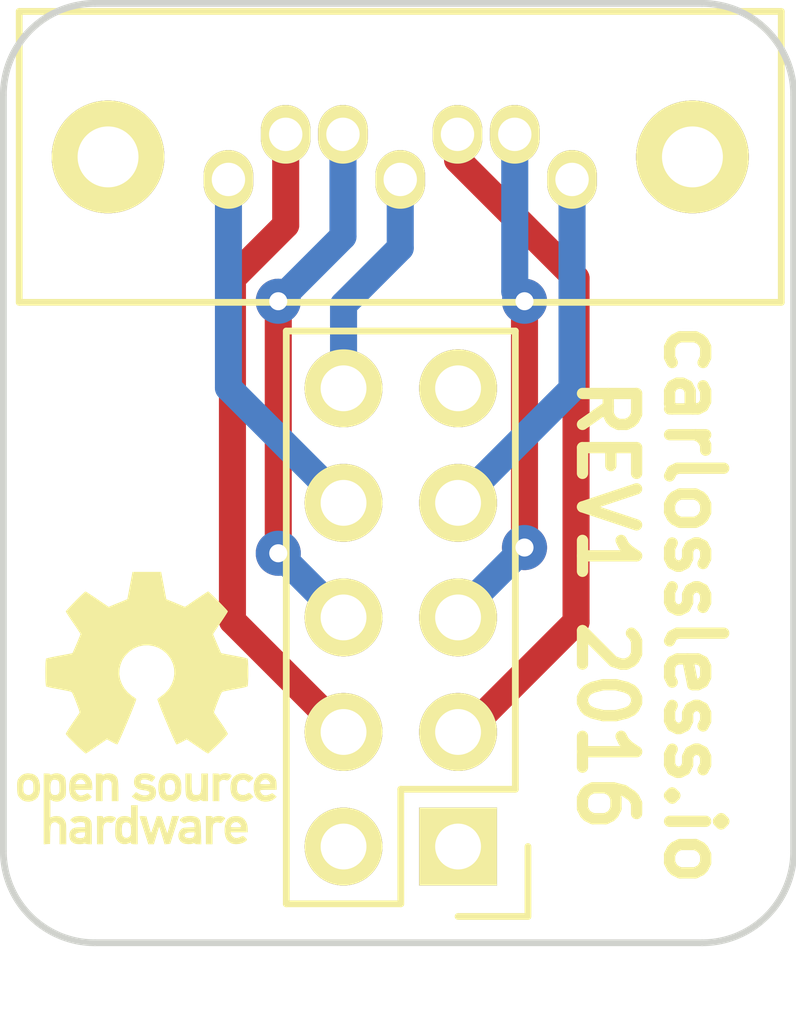
<source format=kicad_pcb>

(kicad_pcb
  (version 4)
  (host pcbnew 4.0.4-stable)
  (general
    (links 7)
    (no_connects 0)
    (area 139.624999 101.524999 157.301001 122.503001)
    (thickness 1.6)
    (drawings 9)
    (tracks 33)
    (zones 0)
    (modules 3)
    (nets 11))
  (page A4)
  (layers
    (0 F.Cu signal)
    (31 B.Cu signal)
    (32 B.Adhes user)
    (33 F.Adhes user)
    (34 B.Paste user)
    (35 F.Paste user)
    (36 B.SilkS user)
    (37 F.SilkS user)
    (38 B.Mask user)
    (39 F.Mask user)
    (40 Dwgs.User user)
    (41 Cmts.User user)
    (42 Eco1.User user)
    (43 Eco2.User user)
    (44 Edge.Cuts user)
    (45 Margin user)
    (46 B.CrtYd user)
    (47 F.CrtYd user)
    (48 B.Fab user)
    (49 F.Fab user))
  (setup
    (last_trace_width 0.6)
    (trace_clearance 0.2)
    (zone_clearance 0.508)
    (zone_45_only no)
    (trace_min 0.2)
    (segment_width 0.2)
    (edge_width 0.15)
    (via_size 1)
    (via_drill 0.4)
    (via_min_size 0.4)
    (via_min_drill 0.3)
    (uvia_size 0.3)
    (uvia_drill 0.1)
    (uvias_allowed no)
    (uvia_min_size 0.2)
    (uvia_min_drill 0.1)
    (pcb_text_width 0.3)
    (pcb_text_size 1.5 1.5)
    (mod_edge_width 0.15)
    (mod_text_size 1 1)
    (mod_text_width 0.15)
    (pad_size 1.524 1.524)
    (pad_drill 0.762)
    (pad_to_mask_clearance 0.2)
    (aux_axis_origin 0 0)
    (visible_elements FFFFFF7F)
    (pcbplotparams
      (layerselection 0x00030_80000001)
      (usegerberextensions false)
      (excludeedgelayer true)
      (linewidth 0.1)
      (plotframeref false)
      (viasonmask false)
      (mode 1)
      (useauxorigin false)
      (hpglpennumber 1)
      (hpglpenspeed 20)
      (hpglpendiameter 15)
      (hpglpenoverlay 2)
      (psnegative false)
      (psa4output false)
      (plotreference true)
      (plotvalue true)
      (plotinvisibletext false)
      (padsonsilk false)
      (subtractmaskfromsilk false)
      (outputformat 1)
      (mirror false)
      (drillshape 1)
      (scaleselection 1)
      (outputdirectory "")))
  (net 0 "")
  (net 1 USB1_D+)
  (net 2 USB1_D-)
  (net 3 USB2_D+)
  (net 4 USB2_D-)
  (net 5 USB2_GND)
  (net 6 USBB_GND)
  (net 7 USB1_GND)
  (net 8 "Net-(P2-Pad1)")
  (net 9 "Net-(P2-Pad2)")
  (net 10 "Net-(P2-Pad9)")
  (net_class Default "This is the default net class."
    (clearance 0.2)
    (trace_width 0.6)
    (via_dia 1)
    (via_drill 0.4)
    (uvia_dia 0.3)
    (uvia_drill 0.1)
    (add_net "Net-(P2-Pad1)")
    (add_net "Net-(P2-Pad2)")
    (add_net "Net-(P2-Pad9)")
    (add_net USB1_D+)
    (add_net USB1_D-)
    (add_net USB1_GND)
    (add_net USB2_D+)
    (add_net USB2_D-)
    (add_net USB2_GND)
    (add_net USBB_GND))
  (module Connect:SATA-7_THT_VERT_1
    (layer F.Cu)
    (tedit 58026028)
    (tstamp 580254F7)
    (at 148.5011 105.0036)
    (path /58025441)
    (fp_text reference P1
      (at 0 -4.191)
      (layer F.SilkS) hide
      (effects
        (font
          (size 1 1)
          (thickness 0.15))))
    (fp_text value CONN_01X07
      (at 0 -2.286)
      (layer F.Fab)
      (effects
        (font
          (size 1 1)
          (thickness 0.15))))
    (fp_line
      (start -8.45 -3.225)
      (end 8.45 -3.225)
      (layer F.SilkS)
      (width 0.15))
    (fp_line
      (start 8.45 -3.225)
      (end 8.45 3.225)
      (layer F.SilkS)
      (width 0.15))
    (fp_line
      (start 8.45 3.225)
      (end -8.45 3.225)
      (layer F.SilkS)
      (width 0.15))
    (fp_line
      (start -8.45 3.225)
      (end -8.45 -3.225)
      (layer F.SilkS)
      (width 0.15))
    (pad 9 thru_hole circle
      (at 6.48 0)
      (size 2.5 2.5)
      (drill 1.35)
      (layers *.Cu *.Mask F.SilkS))
    (pad 2 thru_hole oval
      (at 2.54 -0.5)
      (size 1.1 1.3)
      (drill 0.74)
      (layers *.Cu *.Mask F.SilkS)
      (net 1 USB1_D+))
    (pad 8 thru_hole circle
      (at -6.48 0)
      (size 2.5 2.5)
      (drill 1.35)
      (layers *.Cu *.Mask F.SilkS))
    (pad 3 thru_hole oval
      (at 1.27 -0.5)
      (size 1.1 1.3)
      (drill 0.74)
      (layers *.Cu *.Mask F.SilkS)
      (net 2 USB1_D-))
    (pad 5 thru_hole oval
      (at -1.27 -0.5)
      (size 1.1 1.3)
      (drill 0.74)
      (layers *.Cu *.Mask F.SilkS)
      (net 3 USB2_D+))
    (pad 6 thru_hole oval
      (at -2.54 -0.5)
      (size 1.1 1.3)
      (drill 0.74)
      (layers *.Cu *.Mask F.SilkS)
      (net 4 USB2_D-))
    (pad 7 thru_hole oval
      (at -3.81 0.5)
      (size 1.1 1.3)
      (drill 0.74)
      (layers *.Cu *.Mask F.SilkS)
      (net 5 USB2_GND))
    (pad 4 thru_hole oval
      (at 0 0.5)
      (size 1.1 1.3)
      (drill 0.74)
      (layers *.Cu *.Mask F.SilkS)
      (net 6 USBB_GND))
    (pad 1 thru_hole oval
      (at 3.81 0.5)
      (size 1.1 1.3)
      (drill 0.74)
      (layers *.Cu *.Mask F.SilkS)
      (net 7 USB1_GND)))
  (module Pin_Headers:Pin_Header_Straight_2x05 locked
    (layer F.Cu)
    (tedit 58026030)
    (tstamp 58025511)
    (at 149.7838 120.2944 180)
    (descr "Through hole pin header")
    (tags "pin header")
    (path /58025527)
    (fp_text reference P2
      (at 0 -5.1 180)
      (layer F.SilkS) hide
      (effects
        (font
          (size 1 1)
          (thickness 0.15))))
    (fp_text value CONN_02X05
      (at 0 -3.1 180)
      (layer F.Fab)
      (effects
        (font
          (size 1 1)
          (thickness 0.15))))
    (fp_line
      (start -1.75 -1.75)
      (end -1.75 11.95)
      (layer F.CrtYd)
      (width 0.05))
    (fp_line
      (start 4.3 -1.75)
      (end 4.3 11.95)
      (layer F.CrtYd)
      (width 0.05))
    (fp_line
      (start -1.75 -1.75)
      (end 4.3 -1.75)
      (layer F.CrtYd)
      (width 0.05))
    (fp_line
      (start -1.75 11.95)
      (end 4.3 11.95)
      (layer F.CrtYd)
      (width 0.05))
    (fp_line
      (start 3.81 -1.27)
      (end 3.81 11.43)
      (layer F.SilkS)
      (width 0.15))
    (fp_line
      (start 3.81 11.43)
      (end -1.27 11.43)
      (layer F.SilkS)
      (width 0.15))
    (fp_line
      (start -1.27 11.43)
      (end -1.27 1.27)
      (layer F.SilkS)
      (width 0.15))
    (fp_line
      (start 3.81 -1.27)
      (end 1.27 -1.27)
      (layer F.SilkS)
      (width 0.15))
    (fp_line
      (start 0 -1.55)
      (end -1.55 -1.55)
      (layer F.SilkS)
      (width 0.15))
    (fp_line
      (start 1.27 -1.27)
      (end 1.27 1.27)
      (layer F.SilkS)
      (width 0.15))
    (fp_line
      (start 1.27 1.27)
      (end -1.27 1.27)
      (layer F.SilkS)
      (width 0.15))
    (fp_line
      (start -1.55 -1.55)
      (end -1.55 0)
      (layer F.SilkS)
      (width 0.15))
    (pad 1 thru_hole rect
      (at 0 0 180)
      (size 1.7272 1.7272)
      (drill 1.016)
      (layers *.Cu *.Mask F.SilkS)
      (net 8 "Net-(P2-Pad1)"))
    (pad 2 thru_hole oval
      (at 2.54 0 180)
      (size 1.7272 1.7272)
      (drill 1.016)
      (layers *.Cu *.Mask F.SilkS)
      (net 9 "Net-(P2-Pad2)"))
    (pad 3 thru_hole oval
      (at 0 2.54 180)
      (size 1.7272 1.7272)
      (drill 1.016)
      (layers *.Cu *.Mask F.SilkS)
      (net 2 USB1_D-))
    (pad 4 thru_hole oval
      (at 2.54 2.54 180)
      (size 1.7272 1.7272)
      (drill 1.016)
      (layers *.Cu *.Mask F.SilkS)
      (net 4 USB2_D-))
    (pad 5 thru_hole oval
      (at 0 5.08 180)
      (size 1.7272 1.7272)
      (drill 1.016)
      (layers *.Cu *.Mask F.SilkS)
      (net 1 USB1_D+))
    (pad 6 thru_hole oval
      (at 2.54 5.08 180)
      (size 1.7272 1.7272)
      (drill 1.016)
      (layers *.Cu *.Mask F.SilkS)
      (net 3 USB2_D+))
    (pad 7 thru_hole oval
      (at 0 7.62 180)
      (size 1.7272 1.7272)
      (drill 1.016)
      (layers *.Cu *.Mask F.SilkS)
      (net 7 USB1_GND))
    (pad 8 thru_hole oval
      (at 2.54 7.62 180)
      (size 1.7272 1.7272)
      (drill 1.016)
      (layers *.Cu *.Mask F.SilkS)
      (net 5 USB2_GND))
    (pad 9 thru_hole oval
      (at 0 10.16 180)
      (size 1.7272 1.7272)
      (drill 1.016)
      (layers *.Cu *.Mask F.SilkS)
      (net 10 "Net-(P2-Pad9)"))
    (pad 10 thru_hole oval
      (at 2.54 10.16 180)
      (size 1.7272 1.7272)
      (drill 1.016)
      (layers *.Cu *.Mask F.SilkS)
      (net 6 USBB_GND))
    (model Pin_Headers.3dshapes/Pin_Header_Straight_2x05.wrl
      (at
        (xyz 0.05 -0.2 0))
      (scale
        (xyz 1 1 1))
      (rotate
        (xyz 0 0 90))))
  (module Symbols:OSHW-Logo_5.7x6mm_SilkScreen
    (layer F.Cu)
    (tedit 0)
    (tstamp 580269B5)
    (at 142.875 117.221)
    (descr "Open Source Hardware Logo")
    (tags "Logo OSHW")
    (attr virtual)
    (fp_text reference REF***
      (at 0 0)
      (layer F.SilkS) hide
      (effects
        (font
          (size 1 1)
          (thickness 0.15))))
    (fp_text value OSHW-Logo_5.7x6mm_SilkScreen
      (at 0.75 0)
      (layer F.Fab) hide
      (effects
        (font
          (size 1 1)
          (thickness 0.15))))
    (fp_poly
      (pts
        (xy -1.908759 1.469184)
        (xy -1.882247 1.482282)
        (xy -1.849553 1.505106)
        (xy -1.825725 1.529996)
        (xy -1.809406 1.561249)
        (xy -1.79924 1.603166)
        (xy -1.793872 1.660044)
        (xy -1.791944 1.736184)
        (xy -1.791831 1.768917)
        (xy -1.792161 1.840656)
        (xy -1.793527 1.891927)
        (xy -1.7965 1.927404)
        (xy -1.801649 1.951763)
        (xy -1.809543 1.96968)
        (xy -1.817757 1.981902)
        (xy -1.870187 2.033905)
        (xy -1.93193 2.065184)
        (xy -1.998536 2.074592)
        (xy -2.065558 2.06098)
        (xy -2.086792 2.051354)
        (xy -2.137624 2.024859)
        (xy -2.137624 2.440052)
        (xy -2.100525 2.420868)
        (xy -2.051643 2.406025)
        (xy -1.991561 2.402222)
        (xy -1.931564 2.409243)
        (xy -1.886256 2.425013)
        (xy -1.848675 2.455047)
        (xy -1.816564 2.498024)
        (xy -1.81415 2.502436)
        (xy -1.803967 2.523221)
        (xy -1.79653 2.54417)
        (xy -1.791411 2.569548)
        (xy -1.788181 2.603618)
        (xy -1.786413 2.650641)
        (xy -1.785677 2.714882)
        (xy -1.785544 2.787176)
        (xy -1.785544 3.017822)
        (xy -1.923861 3.017822)
        (xy -1.923861 2.592533)
        (xy -1.962549 2.559979)
        (xy -2.002738 2.53394)
        (xy -2.040797 2.529205)
        (xy -2.079066 2.541389)
        (xy -2.099462 2.55332)
        (xy -2.114642 2.570313)
        (xy -2.125438 2.595995)
        (xy -2.132683 2.633991)
        (xy -2.137208 2.687926)
        (xy -2.139844 2.761425)
        (xy -2.140772 2.810347)
        (xy -2.143911 3.011535)
        (xy -2.209926 3.015336)
        (xy -2.27594 3.019136)
        (xy -2.27594 1.77065)
        (xy -2.137624 1.77065)
        (xy -2.134097 1.840254)
        (xy -2.122215 1.888569)
        (xy -2.10002 1.918631)
        (xy -2.065559 1.933471)
        (xy -2.030742 1.936436)
        (xy -1.991329 1.933028)
        (xy -1.965171 1.919617)
        (xy -1.948814 1.901896)
        (xy -1.935937 1.882835)
        (xy -1.928272 1.861601)
        (xy -1.924861 1.831849)
        (xy -1.924749 1.787236)
        (xy -1.925897 1.74988)
        (xy -1.928532 1.693604)
        (xy -1.932456 1.656658)
        (xy -1.939063 1.633223)
        (xy -1.949749 1.61748)
        (xy -1.959833 1.60838)
        (xy -2.00197 1.588537)
        (xy -2.05184 1.585332)
        (xy -2.080476 1.592168)
        (xy -2.108828 1.616464)
        (xy -2.127609 1.663728)
        (xy -2.136712 1.733624)
        (xy -2.137624 1.77065)
        (xy -2.27594 1.77065)
        (xy -2.27594 1.458614)
        (xy -2.206782 1.458614)
        (xy -2.16526 1.460256)
        (xy -2.143838 1.466087)
        (xy -2.137626 1.477461)
        (xy -2.137624 1.477798)
        (xy -2.134742 1.488938)
        (xy -2.12203 1.487673)
        (xy -2.096757 1.475433)
        (xy -2.037869 1.456707)
        (xy -1.971615 1.454739)
        (xy -1.908759 1.469184))
      (layer F.SilkS)
      (width 0.01))
    (fp_poly
      (pts
        (xy -1.38421 2.406555)
        (xy -1.325055 2.422339)
        (xy -1.280023 2.450948)
        (xy -1.248246 2.488419)
        (xy -1.238366 2.504411)
        (xy -1.231073 2.521163)
        (xy -1.225974 2.542592)
        (xy -1.222679 2.572616)
        (xy -1.220797 2.615154)
        (xy -1.219937 2.674122)
        (xy -1.219707 2.75344)
        (xy -1.219703 2.774484)
        (xy -1.219703 3.017822)
        (xy -1.280059 3.017822)
        (xy -1.318557 3.015126)
        (xy -1.347023 3.008295)
        (xy -1.354155 3.004083)
        (xy -1.373652 2.996813)
        (xy -1.393566 3.004083)
        (xy -1.426353 3.01316)
        (xy -1.473978 3.016813)
        (xy -1.526764 3.015228)
        (xy -1.575036 3.008589)
        (xy -1.603218 3.000072)
        (xy -1.657753 2.965063)
        (xy -1.691835 2.916479)
        (xy -1.707157 2.851882)
        (xy -1.707299 2.850223)
        (xy -1.705955 2.821566)
        (xy -1.584356 2.821566)
        (xy -1.573726 2.854161)
        (xy -1.55641 2.872505)
        (xy -1.521652 2.886379)
        (xy -1.475773 2.891917)
        (xy -1.428988 2.889191)
        (xy -1.391514 2.878274)
        (xy -1.381015 2.871269)
        (xy -1.362668 2.838904)
        (xy -1.35802 2.802111)
        (xy -1.35802 2.753763)
        (xy -1.427582 2.753763)
        (xy -1.493667 2.75885)
        (xy -1.543764 2.773263)
        (xy -1.574929 2.795729)
        (xy -1.584356 2.821566)
        (xy -1.705955 2.821566)
        (xy -1.703987 2.779647)
        (xy -1.68071 2.723845)
        (xy -1.636948 2.681647)
        (xy -1.630899 2.677808)
        (xy -1.604907 2.665309)
        (xy -1.572735 2.65774)
        (xy -1.52776 2.654061)
        (xy -1.474331 2.653216)
        (xy -1.35802 2.653169)
        (xy -1.35802 2.604411)
        (xy -1.362953 2.566581)
        (xy -1.375543 2.541236)
        (xy -1.377017 2.539887)
        (xy -1.405034 2.5288)
        (xy -1.447326 2.524503)
        (xy -1.494064 2.526615)
        (xy -1.535418 2.534756)
        (xy -1.559957 2.546965)
        (xy -1.573253 2.556746)
        (xy -1.587294 2.558613)
        (xy -1.606671 2.5506)
        (xy -1.635976 2.530739)
        (xy -1.679803 2.497063)
        (xy -1.683825 2.493909)
        (xy -1.681764 2.482236)
        (xy -1.664568 2.462822)
        (xy -1.638433 2.441248)
        (xy -1.609552 2.423096)
        (xy -1.600478 2.418809)
        (xy -1.56738 2.410256)
        (xy -1.51888 2.404155)
        (xy -1.464695 2.401708)
        (xy -1.462161 2.401703)
        (xy -1.38421 2.406555))
      (layer F.SilkS)
      (width 0.01))
    (fp_poly
      (pts
        (xy -0.993356 2.40302)
        (xy -0.974539 2.40866)
        (xy -0.968473 2.421053)
        (xy -0.968218 2.426647)
        (xy -0.967129 2.44223)
        (xy -0.959632 2.444676)
        (xy -0.939381 2.433993)
        (xy -0.927351 2.426694)
        (xy -0.8894 2.411063)
        (xy -0.844072 2.403334)
        (xy -0.796544 2.40274)
        (xy -0.751995 2.408513)
        (xy -0.715602 2.419884)
        (xy -0.692543 2.436088)
        (xy -0.687996 2.456355)
        (xy -0.690291 2.461843)
        (xy -0.70702 2.484626)
        (xy -0.732963 2.512647)
        (xy -0.737655 2.517177)
        (xy -0.762383 2.538005)
        (xy -0.783718 2.544735)
        (xy -0.813555 2.540038)
        (xy -0.825508 2.536917)
        (xy -0.862705 2.529421)
        (xy -0.888859 2.532792)
        (xy -0.910946 2.544681)
        (xy -0.931178 2.560635)
        (xy -0.946079 2.5807)
        (xy -0.956434 2.608702)
        (xy -0.963029 2.648467)
        (xy -0.966649 2.703823)
        (xy -0.968078 2.778594)
        (xy -0.968218 2.82374)
        (xy -0.968218 3.017822)
        (xy -1.09396 3.017822)
        (xy -1.09396 2.401683)
        (xy -1.031089 2.401683)
        (xy -0.993356 2.40302))
      (layer F.SilkS)
      (width 0.01))
    (fp_poly
      (pts
        (xy -0.201188 3.017822)
        (xy -0.270346 3.017822)
        (xy -0.310488 3.016645)
        (xy -0.331394 3.011772)
        (xy -0.338922 3.001186)
        (xy -0.339505 2.994029)
        (xy -0.340774 2.979676)
        (xy -0.348779 2.976923)
        (xy -0.369815 2.985771)
        (xy -0.386173 2.994029)
        (xy -0.448977 3.013597)
        (xy -0.517248 3.014729)
        (xy -0.572752 3.000135)
        (xy -0.624438 2.964877)
        (xy -0.663838 2.912835)
        (xy -0.685413 2.85145)
        (xy -0.685962 2.848018)
        (xy -0.689167 2.810571)
        (xy -0.690761 2.756813)
        (xy -0.690633 2.716155)
        (xy -0.553279 2.716155)
        (xy -0.550097 2.770194)
        (xy -0.542859 2.814735)
        (xy -0.53306 2.839888)
        (xy -0.495989 2.87426)
        (xy -0.451974 2.886582)
        (xy -0.406584 2.876618)
        (xy -0.367797 2.846895)
        (xy -0.353108 2.826905)
        (xy -0.344519 2.80305)
        (xy -0.340496 2.76823)
        (xy -0.339505 2.71593)
        (xy -0.341278 2.664139)
        (xy -0.345963 2.618634)
        (xy -0.352603 2.588181)
        (xy -0.35371 2.585452)
        (xy -0.380491 2.553)
        (xy -0.419579 2.535183)
        (xy -0.463315 2.532306)
        (xy -0.504038 2.544674)
        (xy -0.534087 2.572593)
        (xy -0.537204 2.578148)
        (xy -0.546961 2.612022)
        (xy -0.552277 2.660728)
        (xy -0.553279 2.716155)
        (xy -0.690633 2.716155)
        (xy -0.690568 2.69554)
        (xy -0.689664 2.662563)
        (xy -0.683514 2.580981)
        (xy -0.670733 2.51973)
        (xy -0.649471 2.474449)
        (xy -0.617878 2.440779)
        (xy -0.587207 2.421014)
        (xy -0.544354 2.40712)
        (xy -0.491056 2.402354)
        (xy -0.43648 2.406236)
        (xy -0.389792 2.418282)
        (xy -0.365124 2.432693)
        (xy -0.339505 2.455878)
        (xy -0.339505 2.162773)
        (xy -0.201188 2.162773)
        (xy -0.201188 3.017822))
      (layer F.SilkS)
      (width 0.01))
    (fp_poly
      (pts
        (xy 0.281524 2.404237)
        (xy 0.331255 2.407971)
        (xy 0.461291 2.797773)
        (xy 0.481678 2.728614)
        (xy 0.493946 2.685874)
        (xy 0.510085 2.628115)
        (xy 0.527512 2.564625)
        (xy 0.536726 2.53057)
        (xy 0.571388 2.401683)
        (xy 0.714391 2.401683)
        (xy 0.671646 2.536857)
        (xy 0.650596 2.603342)
        (xy 0.625167 2.683539)
        (xy 0.59861 2.767193)
        (xy 0.574902 2.841782)
        (xy 0.520902 3.011535)
        (xy 0.462598 3.015328)
        (xy 0.404295 3.019122)
        (xy 0.372679 2.914734)
        (xy 0.353182 2.849889)
        (xy 0.331904 2.7784)
        (xy 0.313308 2.715263)
        (xy 0.312574 2.71275)
        (xy 0.298684 2.669969)
        (xy 0.286429 2.640779)
        (xy 0.277846 2.629741)
        (xy 0.276082 2.631018)
        (xy 0.269891 2.64813)
        (xy 0.258128 2.684787)
        (xy 0.242225 2.736378)
        (xy 0.223614 2.798294)
        (xy 0.213543 2.832352)
        (xy 0.159007 3.017822)
        (xy 0.043264 3.017822)
        (xy -0.049263 2.725471)
        (xy -0.075256 2.643462)
        (xy -0.098934 2.568987)
        (xy -0.11918 2.505544)
        (xy -0.134874 2.456632)
        (xy -0.144898 2.425749)
        (xy -0.147945 2.416726)
        (xy -0.145533 2.407487)
        (xy -0.126592 2.403441)
        (xy -0.087177 2.403846)
        (xy -0.081007 2.404152)
        (xy -0.007914 2.407971)
        (xy 0.039957 2.58401)
        (xy 0.057553 2.648211)
        (xy 0.073277 2.704649)
        (xy 0.085746 2.748422)
        (xy 0.093574 2.77463)
        (xy 0.09502 2.778903)
        (xy 0.101014 2.77399)
        (xy 0.113101 2.748532)
        (xy 0.129893 2.705997)
        (xy 0.150003 2.64985)
        (xy 0.167003 2.59913)
        (xy 0.231794 2.400504)
        (xy 0.281524 2.404237))
      (layer F.SilkS)
      (width 0.01))
    (fp_poly
      (pts
        (xy 1.038411 2.405417)
        (xy 1.091411 2.41829)
        (xy 1.106731 2.42511)
        (xy 1.136428 2.442974)
        (xy 1.15922 2.463093)
        (xy 1.176083 2.488962)
        (xy 1.187998 2.524073)
        (xy 1.195942 2.57192)
        (xy 1.200894 2.635996)
        (xy 1.203831 2.719794)
        (xy 1.204947 2.775768)
        (xy 1.209052 3.017822)
        (xy 1.138932 3.017822)
        (xy 1.096393 3.016038)
        (xy 1.074476 3.009942)
        (xy 1.068812 2.999706)
        (xy 1.065821 2.988637)
        (xy 1.052451 2.990754)
        (xy 1.034233 2.999629)
        (xy 0.988624 3.013233)
        (xy 0.930007 3.016899)
        (xy 0.868354 3.010903)
        (xy 0.813638 2.995521)
        (xy 0.80873 2.993386)
        (xy 0.758723 2.958255)
        (xy 0.725756 2.909419)
        (xy 0.710587 2.852333)
        (xy 0.711746 2.831824)
        (xy 0.835508 2.831824)
        (xy 0.846413 2.859425)
        (xy 0.878745 2.879204)
        (xy 0.93091 2.889819)
        (xy 0.958787 2.891228)
        (xy 1.005247 2.88762)
        (xy 1.036129 2.873597)
        (xy 1.043664 2.866931)
        (xy 1.064076 2.830666)
        (xy 1.068812 2.797773)
        (xy 1.068812 2.753763)
        (xy 1.007513 2.753763)
        (xy 0.936256 2.757395)
        (xy 0.886276 2.768818)
        (xy 0.854696 2.788824)
        (xy 0.847626 2.797743)
        (xy 0.835508 2.831824)
        (xy 0.711746 2.831824)
        (xy 0.713971 2.792456)
        (xy 0.736663 2.735244)
        (xy 0.767624 2.69658)
        (xy 0.786376 2.679864)
        (xy 0.804733 2.668878)
        (xy 0.828619 2.66218)
        (xy 0.863957 2.658326)
        (xy 0.916669 2.655873)
        (xy 0.937577 2.655168)
        (xy 1.068812 2.650879)
        (xy 1.06862 2.611158)
        (xy 1.063537 2.569405)
        (xy 1.045162 2.544158)
        (xy 1.008039 2.52803)
        (xy 1.007043 2.527742)
        (xy 0.95441 2.5214)
        (xy 0.902906 2.529684)
        (xy 0.86463 2.549827)
        (xy 0.849272 2.559773)
        (xy 0.83273 2.558397)
        (xy 0.807275 2.543987)
        (xy 0.792328 2.533817)
        (xy 0.763091 2.512088)
        (xy 0.74498 2.4958)
        (xy 0.742074 2.491137)
        (xy 0.75404 2.467005)
        (xy 0.789396 2.438185)
        (xy 0.804753 2.428461)
        (xy 0.848901 2.411714)
        (xy 0.908398 2.402227)
        (xy 0.974487 2.400095)
        (xy 1.038411 2.405417))
      (layer F.SilkS)
      (width 0.01))
    (fp_poly
      (pts
        (xy 1.635255 2.401486)
        (xy 1.683595 2.411015)
        (xy 1.711114 2.425125)
        (xy 1.740064 2.448568)
        (xy 1.698876 2.500571)
        (xy 1.673482 2.532064)
        (xy 1.656238 2.547428)
        (xy 1.639102 2.549776)
        (xy 1.614027 2.542217)
        (xy 1.602257 2.537941)
        (xy 1.55427 2.531631)
        (xy 1.510324 2.545156)
        (xy 1.47806 2.57571)
        (xy 1.472819 2.585452)
        (xy 1.467112 2.611258)
        (xy 1.462706 2.658817)
        (xy 1.459811 2.724758)
        (xy 1.458631 2.80571)
        (xy 1.458614 2.817226)
        (xy 1.458614 3.017822)
        (xy 1.320297 3.017822)
        (xy 1.320297 2.401683)
        (xy 1.389456 2.401683)
        (xy 1.429333 2.402725)
        (xy 1.450107 2.407358)
        (xy 1.457789 2.417849)
        (xy 1.458614 2.427745)
        (xy 1.458614 2.453806)
        (xy 1.491745 2.427745)
        (xy 1.529735 2.409965)
        (xy 1.58077 2.401174)
        (xy 1.635255 2.401486))
      (layer F.SilkS)
      (width 0.01))
    (fp_poly
      (pts
        (xy 2.032581 2.40497)
        (xy 2.092685 2.420597)
        (xy 2.143021 2.452848)
        (xy 2.167393 2.47694)
        (xy 2.207345 2.533895)
        (xy 2.230242 2.599965)
        (xy 2.238108 2.681182)
        (xy 2.238148 2.687748)
        (xy 2.238218 2.753763)
        (xy 1.858264 2.753763)
        (xy 1.866363 2.788342)
        (xy 1.880987 2.819659)
        (xy 1.906581 2.852291)
        (xy 1.911935 2.8575)
        (xy 1.957943 2.885694)
        (xy 2.01041 2.890475)
        (xy 2.070803 2.871926)
        (xy 2.08104 2.866931)
        (xy 2.112439 2.851745)
        (xy 2.13347 2.843094)
        (xy 2.137139 2.842293)
        (xy 2.149948 2.850063)
        (xy 2.174378 2.869072)
        (xy 2.186779 2.87946)
        (xy 2.212476 2.903321)
        (xy 2.220915 2.919077)
        (xy 2.215058 2.933571)
        (xy 2.211928 2.937534)
        (xy 2.190725 2.954879)
        (xy 2.155738 2.975959)
        (xy 2.131337 2.988265)
        (xy 2.062072 3.009946)
        (xy 1.985388 3.016971)
        (xy 1.912765 3.008647)
        (xy 1.892426 3.002686)
        (xy 1.829476 2.968952)
        (xy 1.782815 2.917045)
        (xy 1.752173 2.846459)
        (xy 1.737282 2.756692)
        (xy 1.735647 2.709753)
        (xy 1.740421 2.641413)
        (xy 1.86099 2.641413)
        (xy 1.872652 2.646465)
        (xy 1.903998 2.650429)
        (xy 1.949571 2.652768)
        (xy 1.980446 2.653169)
        (xy 2.035981 2.652783)
        (xy 2.071033 2.650975)
        (xy 2.090262 2.646773)
        (xy 2.09833 2.639203)
        (xy 2.099901 2.628218)
        (xy 2.089121 2.594381)
        (xy 2.06198 2.56094)
        (xy 2.026277 2.535272)
        (xy 1.99056 2.524772)
        (xy 1.942048 2.534086)
        (xy 1.900053 2.561013)
        (xy 1.870936 2.599827)
        (xy 1.86099 2.641413)
        (xy 1.740421 2.641413)
        (xy 1.742599 2.610236)
        (xy 1.764055 2.530949)
        (xy 1.80047 2.471263)
        (xy 1.852297 2.430549)
        (xy 1.91999 2.408179)
        (xy 1.956662 2.403871)
        (xy 2.032581 2.40497))
      (layer F.SilkS)
      (width 0.01))
    (fp_poly
      (pts
        (xy -2.538261 1.465148)
        (xy -2.472479 1.494231)
        (xy -2.42254 1.542793)
        (xy -2.388374 1.610908)
        (xy -2.369907 1.698651)
        (xy -2.368583 1.712351)
        (xy -2.367546 1.808939)
        (xy -2.380993 1.893602)
        (xy -2.408108 1.962221)
        (xy -2.422627 1.984294)
        (xy -2.473201 2.031011)
        (xy -2.537609 2.061268)
        (xy -2.609666 2.073824)
        (xy -2.683185 2.067439)
        (xy -2.739072 2.047772)
        (xy -2.787132 2.014629)
        (xy -2.826412 1.971175)
        (xy -2.827092 1.970158)
        (xy -2.843044 1.943338)
        (xy -2.85341 1.916368)
        (xy -2.859688 1.882332)
        (xy -2.863373 1.83431)
        (xy -2.864997 1.794931)
        (xy -2.865672 1.759219)
        (xy -2.739955 1.759219)
        (xy -2.738726 1.79477)
        (xy -2.734266 1.842094)
        (xy -2.726397 1.872465)
        (xy -2.712207 1.894072)
        (xy -2.698917 1.906694)
        (xy -2.651802 1.933122)
        (xy -2.602505 1.936653)
        (xy -2.556593 1.917639)
        (xy -2.533638 1.896331)
        (xy -2.517096 1.874859)
        (xy -2.507421 1.854313)
        (xy -2.503174 1.827574)
        (xy -2.50292 1.787523)
        (xy -2.504228 1.750638)
        (xy -2.507043 1.697947)
        (xy -2.511505 1.663772)
        (xy -2.519548 1.64148)
        (xy -2.533103 1.624442)
        (xy -2.543845 1.614703)
        (xy -2.588777 1.589123)
        (xy -2.637249 1.587847)
        (xy -2.677894 1.602999)
        (xy -2.712567 1.634642)
        (xy -2.733224 1.68662)
        (xy -2.739955 1.759219)
        (xy -2.865672 1.759219)
        (xy -2.866479 1.716621)
        (xy -2.863948 1.658056)
        (xy -2.856362 1.614007)
        (xy -2.842681 1.579248)
        (xy -2.821865 1.548551)
        (xy -2.814147 1.539436)
        (xy -2.765889 1.494021)
        (xy -2.714128 1.467493)
        (xy -2.650828 1.456379)
        (xy -2.619961 1.455471)
        (xy -2.538261 1.465148))
      (layer F.SilkS)
      (width 0.01))
    (fp_poly
      (pts
        (xy -1.356699 1.472614)
        (xy -1.344168 1.478514)
        (xy -1.300799 1.510283)
        (xy -1.25979 1.556646)
        (xy -1.229168 1.607696)
        (xy -1.220459 1.631166)
        (xy -1.212512 1.673091)
        (xy -1.207774 1.723757)
        (xy -1.207199 1.744679)
        (xy -1.207129 1.810693)
        (xy -1.587083 1.810693)
        (xy -1.578983 1.845273)
        (xy -1.559104 1.88617)
        (xy -1.524347 1.921514)
        (xy -1.482998 1.944282)
        (xy -1.456649 1.94901)
        (xy -1.420916 1.943273)
        (xy -1.378282 1.928882)
        (xy -1.363799 1.922262)
        (xy -1.31024 1.895513)
        (xy -1.264533 1.930376)
        (xy -1.238158 1.953955)
        (xy -1.224124 1.973417)
        (xy -1.223414 1.979129)
        (xy -1.235951 1.992973)
        (xy -1.263428 2.014012)
        (xy -1.288366 2.030425)
        (xy -1.355664 2.05993)
        (xy -1.43111 2.073284)
        (xy -1.505888 2.069812)
        (xy -1.565495 2.051663)
        (xy -1.626941 2.012784)
        (xy -1.670608 1.961595)
        (xy -1.697926 1.895367)
        (xy -1.710322 1.811371)
        (xy -1.711421 1.772936)
        (xy -1.707022 1.684861)
        (xy -1.706482 1.682299)
        (xy -1.580582 1.682299)
        (xy -1.577115 1.690558)
        (xy -1.562863 1.695113)
        (xy -1.53347 1.697065)
        (xy -1.484575 1.697517)
        (xy -1.465748 1.697525)
        (xy -1.408467 1.696843)
        (xy -1.372141 1.694364)
        (xy -1.352604 1.689443)
        (xy -1.34569 1.681434)
        (xy -1.345445 1.678862)
        (xy -1.353336 1.658423)
        (xy -1.373085 1.629789)
        (xy -1.381575 1.619763)
        (xy -1.413094 1.591408)
        (xy -1.445949 1.580259)
        (xy -1.463651 1.579327)
        (xy -1.511539 1.590981)
        (xy -1.551699 1.622285)
        (xy -1.577173 1.667752)
        (xy -1.577625 1.669233)
        (xy -1.580582 1.682299)
        (xy -1.706482 1.682299)
        (xy -1.692392 1.61551)
        (xy -1.666038 1.560025)
        (xy -1.633807 1.520639)
        (xy -1.574217 1.477931)
        (xy -1.504168 1.455109)
        (xy -1.429661 1.453046)
        (xy -1.356699 1.472614))
      (layer F.SilkS)
      (width 0.01))
    (fp_poly
      (pts
        (xy 0.014017 1.456452)
        (xy 0.061634 1.465482)
        (xy 0.111034 1.48437)
        (xy 0.116312 1.486777)
        (xy 0.153774 1.506476)
        (xy 0.179717 1.524781)
        (xy 0.188103 1.536508)
        (xy 0.180117 1.555632)
        (xy 0.16072 1.58385)
        (xy 0.15211 1.594384)
        (xy 0.116628 1.635847)
        (xy 0.070885 1.608858)
        (xy 0.02735 1.590878)
        (xy -0.02295 1.581267)
        (xy -0.071188 1.58066)
        (xy -0.108533 1.589691)
        (xy -0.117495 1.595327)
        (xy -0.134563 1.621171)
        (xy -0.136637 1.650941)
        (xy -0.123866 1.674197)
        (xy -0.116312 1.678708)
        (xy -0.093675 1.684309)
        (xy -0.053885 1.690892)
        (xy -0.004834 1.697183)
        (xy 0.004215 1.69817)
        (xy 0.082996 1.711798)
        (xy 0.140136 1.734946)
        (xy 0.17803 1.769752)
        (xy 0.199079 1.818354)
        (xy 0.205635 1.877718)
        (xy 0.196577 1.945198)
        (xy 0.167164 1.998188)
        (xy 0.117278 2.036783)
        (xy 0.0468 2.061081)
        (xy -0.031435 2.070667)
        (xy -0.095234 2.070552)
        (xy -0.146984 2.061845)
        (xy -0.182327 2.049825)
        (xy -0.226983 2.02888)
        (xy -0.268253 2.004574)
        (xy -0.282921 1.993876)
        (xy -0.320643 1.963084)
        (xy -0.275148 1.917049)
        (xy -0.229653 1.871013)
        (xy -0.177928 1.905243)
        (xy -0.126048 1.930952)
        (xy -0.070649 1.944399)
        (xy -0.017395 1.945818)
        (xy 0.028049 1.935443)
        (xy 0.060016 1.913507)
        (xy 0.070338 1.894998)
        (xy 0.068789 1.865314)
        (xy 0.04314 1.842615)
        (xy -0.00654 1.82694)
        (xy -0.060969 1.819695)
        (xy -0.144736 1.805873)
        (xy -0.206967 1.779796)
        (xy -0.248493 1.740699)
        (xy -0.270147 1.68782)
        (xy -0.273147 1.625126)
        (xy -0.258329 1.559642)
        (xy -0.224546 1.510144)
        (xy -0.171495 1.476408)
        (xy -0.098874 1.458207)
        (xy -0.045072 1.454639)
        (xy 0.014017 1.456452))
      (layer F.SilkS)
      (width 0.01))
    (fp_poly
      (pts
        (xy 0.610762 1.466055)
        (xy 0.674363 1.500692)
        (xy 0.724123 1.555372)
        (xy 0.747568 1.599842)
        (xy 0.757634 1.639121)
        (xy 0.764156 1.695116)
        (xy 0.766951 1.759621)
        (xy 0.765836 1.824429)
        (xy 0.760626 1.881334)
        (xy 0.754541 1.911727)
        (xy 0.734014 1.953306)
        (xy 0.698463 1.997468)
        (xy 0.655619 2.036087)
        (xy 0.613211 2.061034)
        (xy 0.612177 2.06143)
        (xy 0.559553 2.072331)
        (xy 0.497188 2.072601)
        (xy 0.437924 2.062676)
        (xy 0.41504 2.054722)
        (xy 0.356102 2.0213)
        (xy 0.31389 1.977511)
        (xy 0.286156 1.919538)
        (xy 0.270651 1.843565)
        (xy 0.267143 1.803771)
        (xy 0.26759 1.753766)
        (xy 0.402376 1.753766)
        (xy 0.406917 1.826732)
        (xy 0.419986 1.882334)
        (xy 0.440756 1.917861)
        (xy 0.455552 1.92802)
        (xy 0.493464 1.935104)
        (xy 0.538527 1.933007)
        (xy 0.577487 1.922812)
        (xy 0.587704 1.917204)
        (xy 0.614659 1.884538)
        (xy 0.632451 1.834545)
        (xy 0.640024 1.773705)
        (xy 0.636325 1.708497)
        (xy 0.628057 1.669253)
        (xy 0.60432 1.623805)
        (xy 0.566849 1.595396)
        (xy 0.52172 1.585573)
        (xy 0.475011 1.595887)
        (xy 0.439132 1.621112)
        (xy 0.420277 1.641925)
        (xy 0.409272 1.662439)
        (xy 0.404026 1.690203)
        (xy 0.402449 1.732762)
        (xy 0.402376 1.753766)
        (xy 0.26759 1.753766)
        (xy 0.268094 1.69758)
        (xy 0.285388 1.610501)
        (xy 0.319029 1.54253)
        (xy 0.369018 1.493664)
        (xy 0.435356 1.463899)
        (xy 0.449601 1.460448)
        (xy 0.53521 1.452345)
        (xy 0.610762 1.466055))
      (layer F.SilkS)
      (width 0.01))
    (fp_poly
      (pts
        (xy 0.993367 1.654342)
        (xy 0.994555 1.746563)
        (xy 0.998897 1.81661)
        (xy 1.007558 1.867381)
        (xy 1.021704 1.901772)
        (xy 1.0425 1.922679)
        (xy 1.07111 1.933)
        (xy 1.106535 1.935636)
        (xy 1.143636 1.932682)
        (xy 1.171818 1.921889)
        (xy 1.192243 1.90036)
        (xy 1.206079 1.865199)
        (xy 1.214491 1.81351)
        (xy 1.218643 1.742394)
        (xy 1.219703 1.654342)
        (xy 1.219703 1.458614)
        (xy 1.35802 1.458614)
        (xy 1.35802 2.062179)
        (xy 1.288862 2.062179)
        (xy 1.24717 2.060489)
        (xy 1.225701 2.054556)
        (xy 1.219703 2.043293)
        (xy 1.216091 2.033261)
        (xy 1.201714 2.035383)
        (xy 1.172736 2.04958)
        (xy 1.106319 2.07148)
        (xy 1.035875 2.069928)
        (xy 0.968377 2.046147)
        (xy 0.936233 2.027362)
        (xy 0.911715 2.007022)
        (xy 0.893804 1.981573)
        (xy 0.881479 1.947458)
        (xy 0.873723 1.901121)
        (xy 0.869516 1.839007)
        (xy 0.86784 1.757561)
        (xy 0.867624 1.694578)
        (xy 0.867624 1.458614)
        (xy 0.993367 1.458614)
        (xy 0.993367 1.654342))
      (layer F.SilkS)
      (width 0.01))
    (fp_poly
      (pts
        (xy 2.217226 1.46388)
        (xy 2.29008 1.49483)
        (xy 2.313027 1.509895)
        (xy 2.342354 1.533048)
        (xy 2.360764 1.551253)
        (xy 2.363961 1.557183)
        (xy 2.354935 1.57034)
        (xy 2.331837 1.592667)
        (xy 2.313344 1.60825)
        (xy 2.262728 1.648926)
        (xy 2.22276 1.615295)
        (xy 2.191874 1.593584)
        (xy 2.161759 1.58609)
        (xy 2.127292 1.58792)
        (xy 2.072561 1.601528)
        (xy 2.034886 1.629772)
        (xy 2.011991 1.675433)
        (xy 2.001597 1.741289)
        (xy 2.001595 1.741331)
        (xy 2.002494 1.814939)
        (xy 2.016463 1.868946)
        (xy 2.044328 1.905716)
        (xy 2.063325 1.918168)
        (xy 2.113776 1.933673)
        (xy 2.167663 1.933683)
        (xy 2.214546 1.918638)
        (xy 2.225644 1.911287)
        (xy 2.253476 1.892511)
        (xy 2.275236 1.889434)
        (xy 2.298704 1.903409)
        (xy 2.324649 1.92851)
        (xy 2.365716 1.97088)
        (xy 2.320121 2.008464)
        (xy 2.249674 2.050882)
        (xy 2.170233 2.071785)
        (xy 2.087215 2.070272)
        (xy 2.032694 2.056411)
        (xy 1.96897 2.022135)
        (xy 1.918005 1.968212)
        (xy 1.894851 1.930149)
        (xy 1.876099 1.875536)
        (xy 1.866715 1.806369)
        (xy 1.866643 1.731407)
        (xy 1.875824 1.659409)
        (xy 1.894199 1.599137)
        (xy 1.897093 1.592958)
        (xy 1.939952 1.532351)
        (xy 1.997979 1.488224)
        (xy 2.066591 1.461493)
        (xy 2.141201 1.453073)
        (xy 2.217226 1.46388))
      (layer F.SilkS)
      (width 0.01))
    (fp_poly
      (pts
        (xy 2.677898 1.456457)
        (xy 2.710096 1.464279)
        (xy 2.771825 1.492921)
        (xy 2.82461 1.536667)
        (xy 2.861141 1.589117)
        (xy 2.86616 1.600893)
        (xy 2.873045 1.63174)
        (xy 2.877864 1.677371)
        (xy 2.879505 1.723492)
        (xy 2.879505 1.810693)
        (xy 2.697178 1.810693)
        (xy 2.621979 1.810978)
        (xy 2.569003 1.812704)
        (xy 2.535325 1.817181)
        (xy 2.51802 1.82572)
        (xy 2.514163 1.83963)
        (xy 2.520829 1.860222)
        (xy 2.53277 1.884315)
        (xy 2.56608 1.924525)
        (xy 2.612368 1.944558)
        (xy 2.668944 1.943905)
        (xy 2.733031 1.922101)
        (xy 2.788417 1.895193)
        (xy 2.834375 1.931532)
        (xy 2.880333 1.967872)
        (xy 2.837096 2.007819)
        (xy 2.779374 2.045563)
        (xy 2.708386 2.06832)
        (xy 2.632029 2.074688)
        (xy 2.558199 2.063268)
        (xy 2.546287 2.059393)
        (xy 2.481399 2.025506)
        (xy 2.43313 1.974986)
        (xy 2.400465 1.906325)
        (xy 2.382385 1.818014)
        (xy 2.382175 1.816121)
        (xy 2.380556 1.719878)
        (xy 2.3871 1.685542)
        (xy 2.514852 1.685542)
        (xy 2.526584 1.690822)
        (xy 2.558438 1.694867)
        (xy 2.605397 1.697176)
        (xy 2.635154 1.697525)
        (xy 2.690648 1.697306)
        (xy 2.725346 1.695916)
        (xy 2.743601 1.692251)
        (xy 2.749766 1.68521)
        (xy 2.748195 1.67369)
        (xy 2.746878 1.669233)
        (xy 2.724382 1.627355)
        (xy 2.689003 1.593604)
        (xy 2.65778 1.578773)
        (xy 2.616301 1.579668)
        (xy 2.574269 1.598164)
        (xy 2.539012 1.628786)
        (xy 2.517854 1.666062)
        (xy 2.514852 1.685542)
        (xy 2.3871 1.685542)
        (xy 2.39669 1.635229)
        (xy 2.428698 1.564191)
        (xy 2.474701 1.508779)
        (xy 2.532821 1.471009)
        (xy 2.60118 1.452896)
        (xy 2.677898 1.456457))
      (layer F.SilkS)
      (width 0.01))
    (fp_poly
      (pts
        (xy -0.754012 1.469002)
        (xy -0.722717 1.48395)
        (xy -0.692409 1.505541)
        (xy -0.669318 1.530391)
        (xy -0.6525 1.562087)
        (xy -0.641006 1.604214)
        (xy -0.633891 1.660358)
        (xy -0.630207 1.734106)
        (xy -0.629008 1.829044)
        (xy -0.628989 1.838985)
        (xy -0.628713 2.062179)
        (xy -0.76703 2.062179)
        (xy -0.76703 1.856418)
        (xy -0.767128 1.780189)
        (xy -0.767809 1.724939)
        (xy -0.769651 1.686501)
        (xy -0.773233 1.660706)
        (xy -0.779132 1.643384)
        (xy -0.787927 1.630368)
        (xy -0.80018 1.617507)
        (xy -0.843047 1.589873)
        (xy -0.889843 1.584745)
        (xy -0.934424 1.602217)
        (xy -0.949928 1.615221)
        (xy -0.96131 1.627447)
        (xy -0.969481 1.64054)
        (xy -0.974974 1.658615)
        (xy -0.97832 1.685787)
        (xy -0.980051 1.72617)
        (xy -0.980697 1.783879)
        (xy -0.980792 1.854132)
        (xy -0.980792 2.062179)
        (xy -1.119109 2.062179)
        (xy -1.119109 1.458614)
        (xy -1.04995 1.458614)
        (xy -1.008428 1.460256)
        (xy -0.987006 1.466087)
        (xy -0.980795 1.477461)
        (xy -0.980792 1.477798)
        (xy -0.97791 1.488938)
        (xy -0.965199 1.487674)
        (xy -0.939926 1.475434)
        (xy -0.882605 1.457424)
        (xy -0.817037 1.455421)
        (xy -0.754012 1.469002))
      (layer F.SilkS)
      (width 0.01))
    (fp_poly
      (pts
        (xy 1.79946 1.45803)
        (xy 1.842711 1.471245)
        (xy 1.870558 1.487941)
        (xy 1.879629 1.501145)
        (xy 1.877132 1.516797)
        (xy 1.860931 1.541385)
        (xy 1.847232 1.5588)
        (xy 1.818992 1.590283)
        (xy 1.797775 1.603529)
        (xy 1.779688 1.602664)
        (xy 1.726035 1.58901)
        (xy 1.68663 1.58963)
        (xy 1.654632 1.605104)
        (xy 1.64389 1.614161)
        (xy 1.609505 1.646027)
        (xy 1.609505 2.062179)
        (xy 1.471188 2.062179)
        (xy 1.471188 1.458614)
        (xy 1.540347 1.458614)
        (xy 1.581869 1.460256)
        (xy 1.603291 1.466087)
        (xy 1.609502 1.477461)
        (xy 1.609505 1.477798)
        (xy 1.612439 1.489713)
        (xy 1.625704 1.488159)
        (xy 1.644084 1.479563)
        (xy 1.682046 1.463568)
        (xy 1.712872 1.453945)
        (xy 1.752536 1.451478)
        (xy 1.79946 1.45803))
      (layer F.SilkS)
      (width 0.01))
    (fp_poly
      (pts
        (xy 0.376964 -2.709982)
        (xy 0.433812 -2.40843)
        (xy 0.853338 -2.235488)
        (xy 1.104984 -2.406605)
        (xy 1.175458 -2.45425)
        (xy 1.239163 -2.49679)
        (xy 1.293126 -2.532285)
        (xy 1.334373 -2.55879)
        (xy 1.359934 -2.574364)
        (xy 1.366895 -2.577722)
        (xy 1.379435 -2.569086)
        (xy 1.406231 -2.545208)
        (xy 1.44428 -2.509141)
        (xy 1.490579 -2.463933)
        (xy 1.542123 -2.412636)
        (xy 1.595909 -2.358299)
        (xy 1.648935 -2.303972)
        (xy 1.698195 -2.252705)
        (xy 1.740687 -2.207549)
        (xy 1.773407 -2.171554)
        (xy 1.793351 -2.14777)
        (xy 1.798119 -2.13981)
        (xy 1.791257 -2.125135)
        (xy 1.77202 -2.092986)
        (xy 1.74243 -2.046508)
        (xy 1.70451 -1.988844)
        (xy 1.660282 -1.92314)
        (xy 1.634654 -1.885664)
        (xy 1.587941 -1.817232)
        (xy 1.546432 -1.75548)
        (xy 1.51214 -1.703481)
        (xy 1.48708 -1.664308)
        (xy 1.473264 -1.641035)
        (xy 1.471188 -1.636145)
        (xy 1.475895 -1.622245)
        (xy 1.488723 -1.58985)
        (xy 1.507738 -1.543515)
        (xy 1.531003 -1.487794)
        (xy 1.556584 -1.427242)
        (xy 1.582545 -1.366414)
        (xy 1.60695 -1.309864)
        (xy 1.627863 -1.262148)
        (xy 1.643349 -1.227819)
        (xy 1.651472 -1.211432)
        (xy 1.651952 -1.210788)
        (xy 1.664707 -1.207659)
        (xy 1.698677 -1.200679)
        (xy 1.75034 -1.190533)
        (xy 1.816176 -1.177908)
        (xy 1.892664 -1.163491)
        (xy 1.93729 -1.155177)
        (xy 2.019021 -1.139616)
        (xy 2.092843 -1.124808)
        (xy 2.155021 -1.111564)
        (xy 2.201822 -1.100695)
        (xy 2.229509 -1.093011)
        (xy 2.235074 -1.090573)
        (xy 2.240526 -1.07407)
        (xy 2.244924 -1.0368)
        (xy 2.248272 -0.98312)
        (xy 2.250574 -0.917388)
        (xy 2.251832 -0.843963)
        (xy 2.252048 -0.767204)
        (xy 2.251227 -0.691468)
        (xy 2.249371 -0.621114)
        (xy 2.246482 -0.5605)
        (xy 2.242565 -0.513984)
        (xy 2.237622 -0.485925)
        (xy 2.234657 -0.480084)
        (xy 2.216934 -0.473083)
        (xy 2.179381 -0.463073)
        (xy 2.126964 -0.451231)
        (xy 2.064652 -0.438733)
        (xy 2.0429 -0.43469)
        (xy 1.938024 -0.41548)
        (xy 1.85518 -0.400009)
        (xy 1.79163 -0.387663)
        (xy 1.744637 -0.377827)
        (xy 1.711463 -0.369886)
        (xy 1.689371 -0.363224)
        (xy 1.675624 -0.357227)
        (xy 1.667484 -0.351281)
        (xy 1.666345 -0.350106)
        (xy 1.654977 -0.331174)
        (xy 1.637635 -0.294331)
        (xy 1.61605 -0.244087)
        (xy 1.591954 -0.184954)
        (xy 1.567079 -0.121444)
        (xy 1.543157 -0.058068)
        (xy 1.521919 0.000662)
        (xy 1.505097 0.050235)
        (xy 1.494422 0.086139)
        (xy 1.491627 0.103862)
        (xy 1.49186 0.104483)
        (xy 1.501331 0.11897)
        (xy 1.522818 0.150844)
        (xy 1.554063 0.196789)
        (xy 1.592807 0.253485)
        (xy 1.636793 0.317617)
        (xy 1.649319 0.335842)
        (xy 1.693984 0.401914)
        (xy 1.733288 0.4622)
        (xy 1.765088 0.513235)
        (xy 1.787245 0.55156)
        (xy 1.797617 0.573711)
        (xy 1.798119 0.576432)
        (xy 1.789405 0.590736)
        (xy 1.765325 0.619072)
        (xy 1.728976 0.658396)
        (xy 1.683453 0.705661)
        (xy 1.631852 0.757823)
        (xy 1.577267 0.811835)
        (xy 1.522794 0.864653)
        (xy 1.471529 0.913231)
        (xy 1.426567 0.954523)
        (xy 1.391004 0.985485)
        (xy 1.367935 1.00307)
        (xy 1.361554 1.005941)
        (xy 1.346699 0.999178)
        (xy 1.316286 0.980939)
        (xy 1.275268 0.954297)
        (xy 1.243709 0.932852)
        (xy 1.186525 0.893503)
        (xy 1.118806 0.847171)
        (xy 1.05088 0.800913)
        (xy 1.014361 0.776155)
        (xy 0.890752 0.692547)
        (xy 0.786991 0.74865)
        (xy 0.73972 0.773228)
        (xy 0.699523 0.792331)
        (xy 0.672326 0.803227)
        (xy 0.665402 0.804743)
        (xy 0.657077 0.793549)
        (xy 0.640654 0.761917)
        (xy 0.617357 0.712765)
        (xy 0.588414 0.64901)
        (xy 0.55505 0.573571)
        (xy 0.518491 0.489364)
        (xy 0.479964 0.399308)
        (xy 0.440694 0.306321)
        (xy 0.401908 0.21332)
        (xy 0.36483 0.123223)
        (xy 0.330689 0.038948)
        (xy 0.300708 -0.036587)
        (xy 0.276116 -0.100466)
        (xy 0.258136 -0.149769)
        (xy 0.247997 -0.181579)
        (xy 0.246366 -0.192504)
        (xy 0.259291 -0.206439)
        (xy 0.287589 -0.22906)
        (xy 0.325346 -0.255667)
        (xy 0.328515 -0.257772)
        (xy 0.4261 -0.335886)
        (xy 0.504786 -0.427018)
        (xy 0.563891 -0.528255)
        (xy 0.602732 -0.636682)
        (xy 0.620628 -0.749386)
        (xy 0.616897 -0.863452)
        (xy 0.590857 -0.975966)
        (xy 0.541825 -1.084015)
        (xy 0.5274 -1.107655)
        (xy 0.452369 -1.203113)
        (xy 0.36373 -1.279768)
        (xy 0.264549 -1.33722)
        (xy 0.157895 -1.375071)
        (xy 0.046836 -1.392922)
        (xy -0.065561 -1.390375)
        (xy -0.176227 -1.36703)
        (xy -0.282094 -1.32249)
        (xy -0.380095 -1.256355)
        (xy -0.41041 -1.229513)
        (xy -0.487562 -1.145488)
        (xy -0.543782 -1.057034)
        (xy -0.582347 -0.957885)
        (xy -0.603826 -0.859697)
        (xy -0.609128 -0.749303)
        (xy -0.591448 -0.63836)
        (xy -0.552581 -0.530619)
        (xy -0.494323 -0.429831)
        (xy -0.418469 -0.339744)
        (xy -0.326817 -0.264108)
        (xy -0.314772 -0.256136)
        (xy -0.276611 -0.230026)
        (xy -0.247601 -0.207405)
        (xy -0.233732 -0.192961)
        (xy -0.233531 -0.192504)
        (xy -0.236508 -0.176879)
        (xy -0.248311 -0.141418)
        (xy -0.267714 -0.089038)
        (xy -0.293488 -0.022655)
        (xy -0.324409 0.054814)
        (xy -0.359249 0.14045)
        (xy -0.396783 0.231337)
        (xy -0.435783 0.324559)
        (xy -0.475023 0.417197)
        (xy -0.513276 0.506335)
        (xy -0.549317 0.589055)
        (xy -0.581917 0.662441)
        (xy -0.609852 0.723575)
        (xy -0.631895 0.769541)
        (xy -0.646818 0.797421)
        (xy -0.652828 0.804743)
        (xy -0.671191 0.799041)
        (xy -0.705552 0.783749)
        (xy -0.749984 0.761599)
        (xy -0.774417 0.74865)
        (xy -0.878178 0.692547)
        (xy -1.001787 0.776155)
        (xy -1.064886 0.818987)
        (xy -1.13397 0.866122)
        (xy -1.198707 0.910503)
        (xy -1.231134 0.932852)
        (xy -1.276741 0.963477)
        (xy -1.31536 0.987747)
        (xy -1.341952 1.002587)
        (xy -1.35059 1.005724)
        (xy -1.363161 0.997261)
        (xy -1.390984 0.973636)
        (xy -1.431361 0.937302)
        (xy -1.481595 0.890711)
        (xy -1.538988 0.836317)
        (xy -1.575286 0.801392)
        (xy -1.63879 0.738996)
        (xy -1.693673 0.683188)
        (xy -1.737714 0.636354)
        (xy -1.768695 0.600882)
        (xy -1.784398 0.579161)
        (xy -1.785905 0.574752)
        (xy -1.778914 0.557985)
        (xy -1.759594 0.524082)
        (xy -1.730091 0.476476)
        (xy -1.692545 0.418599)
        (xy -1.6491 0.353884)
        (xy -1.636745 0.335842)
        (xy -1.591727 0.270267)
        (xy -1.55134 0.211228)
        (xy -1.51784 0.162042)
        (xy -1.493486 0.126028)
        (xy -1.480536 0.106502)
        (xy -1.479285 0.104483)
        (xy -1.481156 0.088922)
        (xy -1.491087 0.054709)
        (xy -1.507347 0.006355)
        (xy -1.528205 -0.051629)
        (xy -1.551927 -0.11473)
        (xy -1.576784 -0.178437)
        (xy -1.601042 -0.238239)
        (xy -1.622971 -0.289624)
        (xy -1.640838 -0.328081)
        (xy -1.652913 -0.349098)
        (xy -1.653771 -0.350106)
        (xy -1.661154 -0.356112)
        (xy -1.673625 -0.362052)
        (xy -1.69392 -0.36854)
        (xy -1.724778 -0.376191)
        (xy -1.768934 -0.38562)
        (xy -1.829126 -0.397441)
        (xy -1.908093 -0.412271)
        (xy -2.00857 -0.430723)
        (xy -2.030325 -0.43469)
        (xy -2.094802 -0.447147)
        (xy -2.151011 -0.459334)
        (xy -2.193987 -0.470074)
        (xy -2.21876 -0.478191)
        (xy -2.222082 -0.480084)
        (xy -2.227556 -0.496862)
        (xy -2.232006 -0.534355)
        (xy -2.235428 -0.588206)
        (xy -2.237819 -0.654056)
        (xy -2.239177 -0.727547)
        (xy -2.239499 -0.80432)
        (xy -2.238781 -0.880017)
        (xy -2.237021 -0.95028)
        (xy -2.234216 -1.01075)
        (xy -2.230362 -1.05707)
        (xy -2.225457 -1.084881)
        (xy -2.2225 -1.090573)
        (xy -2.206037 -1.096314)
        (xy -2.168551 -1.105655)
        (xy -2.113775 -1.117785)
        (xy -2.045445 -1.131893)
        (xy -1.967294 -1.14717)
        (xy -1.924716 -1.155177)
        (xy -1.843929 -1.170279)
        (xy -1.771887 -1.18396)
        (xy -1.712111 -1.195533)
        (xy -1.668121 -1.204313)
        (xy -1.643439 -1.209613)
        (xy -1.639377 -1.210788)
        (xy -1.632511 -1.224035)
        (xy -1.617998 -1.255943)
        (xy -1.597771 -1.301953)
        (xy -1.573766 -1.357508)
        (xy -1.547918 -1.418047)
        (xy -1.52216 -1.479014)
        (xy -1.498427 -1.535849)
        (xy -1.478654 -1.583994)
        (xy -1.464776 -1.61889)
        (xy -1.458726 -1.635979)
        (xy -1.458614 -1.636726)
        (xy -1.465472 -1.650207)
        (xy -1.484698 -1.68123)
        (xy -1.514272 -1.726711)
        (xy -1.552173 -1.783568)
        (xy -1.59638 -1.848717)
        (xy -1.622079 -1.886138)
        (xy -1.668907 -1.954753)
        (xy -1.710499 -2.017048)
        (xy -1.744825 -2.069871)
        (xy -1.769857 -2.110073)
        (xy -1.783565 -2.1345)
        (xy -1.785544 -2.139976)
        (xy -1.777034 -2.152722)
        (xy -1.753507 -2.179937)
        (xy -1.717968 -2.218572)
        (xy -1.673423 -2.265577)
        (xy -1.622877 -2.317905)
        (xy -1.569336 -2.372505)
        (xy -1.515805 -2.42633)
        (xy -1.465289 -2.47633)
        (xy -1.420794 -2.519457)
        (xy -1.385325 -2.552661)
        (xy -1.361887 -2.572894)
        (xy -1.354046 -2.577722)
        (xy -1.34128 -2.570933)
        (xy -1.310744 -2.551858)
        (xy -1.26541 -2.522439)
        (xy -1.208244 -2.484619)
        (xy -1.142216 -2.440339)
        (xy -1.09241 -2.406605)
        (xy -0.840764 -2.235488)
        (xy -0.631001 -2.321959)
        (xy -0.421237 -2.40843)
        (xy -0.364389 -2.709982)
        (xy -0.30754 -3.011534)
        (xy 0.320115 -3.011534)
        (xy 0.376964 -2.709982))
      (layer F.SilkS)
      (width 0.01)))
  (gr_text "carlossless.io\nREV1 2016"
    (at 154.051 114.935 270)
    (layer F.SilkS)
    (effects
      (font
        (size 1.2 1.2)
        (thickness 0.25))))
  (gr_line
    (start 157.226 103.632)
    (end 157.226 120.396)
    (angle 90)
    (layer Edge.Cuts)
    (width 0.15))
  (gr_line
    (start 141.732 101.6)
    (end 155.194 101.6)
    (angle 90)
    (layer Edge.Cuts)
    (width 0.15))
  (gr_line
    (start 139.7 120.396)
    (end 139.7 103.632)
    (angle 90)
    (layer Edge.Cuts)
    (width 0.15))
  (gr_line
    (start 155.194 122.428)
    (end 141.732 122.428)
    (angle 90)
    (layer Edge.Cuts)
    (width 0.15))
  (gr_arc
    (start 155.194 103.632)
    (end 155.194 101.6)
    (angle 90)
    (layer Edge.Cuts)
    (width 0.15)
    (tstamp 5802657D))
  (gr_arc
    (start 141.732 103.632)
    (end 139.7 103.632)
    (angle 90)
    (layer Edge.Cuts)
    (width 0.15)
    (tstamp 5802652F))
  (gr_arc
    (start 141.732 120.396)
    (end 141.732 122.428)
    (angle 90)
    (layer Edge.Cuts)
    (width 0.15)
    (tstamp 5802640000000.0))
  (gr_arc
    (start 155.194 120.396)
    (end 157.226 120.396)
    (angle 90)
    (layer Edge.Cuts)
    (width 0.15))
  (segment
    (start 151.0411 104.5036)
    (end 151.0411 107.9881)
    (width 0.6)
    (layer B.Cu)
    (net 1))
  (segment
    (start 151.257 113.665)
    (end 149.7838 115.1382)
    (width 0.6)
    (layer B.Cu)
    (net 1)
    (tstamp 58025CC3))
  (segment
    (start 151.257 108.204)
    (end 151.257 113.665)
    (width 0.6)
    (layer F.Cu)
    (net 1)
    (tstamp 58025CB7))
  (segment
    (start 151.0411 107.9881)
    (end 151.257 108.204)
    (width 0.6)
    (layer B.Cu)
    (net 1)
    (tstamp 58025C9C))
  (segment
    (start 149.7838 115.1382)
    (end 149.7838 115.2144)
    (width 0.6)
    (layer B.Cu)
    (net 1)
    (tstamp 58025CC4))
  (segment
    (start 149.7838 115.2144)
    (end 149.9616 115.2144)
    (width 0.4)
    (layer B.Cu)
    (net 1))
  (segment
    (start 149.7838 117.7544)
    (end 149.9616 117.7544)
    (width 0.4)
    (layer F.Cu)
    (net 2))
  (segment
    (start 149.9616 117.7544)
    (end 152.4 115.316)
    (width 0.6)
    (layer F.Cu)
    (net 2)
    (tstamp 58025A52))
  (segment
    (start 152.4 115.316)
    (end 152.4 107.696)
    (width 0.6)
    (layer F.Cu)
    (net 2)
    (tstamp 58025A57))
  (segment
    (start 152.4 107.696)
    (end 149.7711 105.0671)
    (width 0.6)
    (layer F.Cu)
    (net 2)
    (tstamp 58025A5C))
  (segment
    (start 149.7711 105.0671)
    (end 149.7711 104.5036)
    (width 0.4)
    (layer F.Cu)
    (net 2)
    (tstamp 58025A61))
  (segment
    (start 147.2438 115.2144)
    (end 147.2184 115.2144)
    (width 0.6)
    (layer B.Cu)
    (net 3))
  (segment
    (start 147.2184 115.2144)
    (end 145.796 113.792)
    (width 0.6)
    (layer B.Cu)
    (net 3)
    (tstamp 58025BE6))
  (segment
    (start 147.2311 106.7689)
    (end 147.2311 104.5036)
    (width 0.6)
    (layer B.Cu)
    (net 3)
    (tstamp 58025BF2))
  (segment
    (start 145.796 108.204)
    (end 147.2311 106.7689)
    (width 0.6)
    (layer B.Cu)
    (net 3)
    (tstamp 58025BF1))
  (segment
    (start 145.796 113.792)
    (end 145.796 108.204)
    (width 0.6)
    (layer F.Cu)
    (net 3)
    (tstamp 58025BEB))
  (segment
    (start 147.2438 117.7544)
    (end 144.78 115.2906)
    (width 0.6)
    (layer F.Cu)
    (net 4)
    (tstamp 580259A4))
  (segment
    (start 144.78 115.2906)
    (end 144.78 107.696)
    (width 0.6)
    (layer F.Cu)
    (net 4)
    (tstamp 580259A5))
  (segment
    (start 144.78 107.696)
    (end 145.9611 106.5149)
    (width 0.6)
    (layer F.Cu)
    (net 4)
    (tstamp 580259C6))
  (segment
    (start 145.9611 106.5149)
    (end 145.9611 104.5036)
    (width 0.6)
    (layer F.Cu)
    (net 4)
    (tstamp 580259CC))
  (segment
    (start 147.2438 112.6744)
    (end 144.6911 110.1217)
    (width 0.6)
    (layer B.Cu)
    (net 5))
  (segment
    (start 144.6911 110.1217)
    (end 144.6911 105.5036)
    (width 0.6)
    (layer B.Cu)
    (net 5))
  (segment
    (start 147.2438 108.2802)
    (end 148.5011 107.0229)
    (width 0.6)
    (layer B.Cu)
    (net 6))
  (segment
    (start 147.2438 110.1344)
    (end 147.2438 108.2802)
    (width 0.6)
    (layer B.Cu)
    (net 6))
  (segment
    (start 148.5011 107.0229)
    (end 148.5011 105.5036)
    (width 0.6)
    (layer B.Cu)
    (net 6))
  (segment
    (start 149.7838 112.6744)
    (end 152.3111 110.1471)
    (width 0.6)
    (layer B.Cu)
    (net 7))
  (segment
    (start 152.3111 110.1471)
    (end 152.3111 105.5036)
    (width 0.6)
    (layer B.Cu)
    (net 7))
  (via
    (at 151.257 113.665)
    (size 1)
    (drill 0.4)
    (layers F.Cu B.Cu)
    (net 1))
  (via
    (at 151.257 108.204)
    (size 1)
    (drill 0.4)
    (layers F.Cu B.Cu)
    (net 1))
  (via
    (at 145.796 108.204)
    (size 1)
    (drill 0.4)
    (layers F.Cu B.Cu)
    (net 3))
  (via
    (at 145.796 113.792)
    (size 1)
    (drill 0.4)
    (layers F.Cu B.Cu)
    (net 3))
  (via
    (at 147.2438 115.2144)
    (size 0.6)
    (drill 0.4)
    (layers F.Cu B.Cu)
    (net 3))
  (via
    (at 147.2438 117.7544)
    (size 0.6)
    (drill 0.4)
    (layers F.Cu B.Cu)
    (net 4)))
</source>
